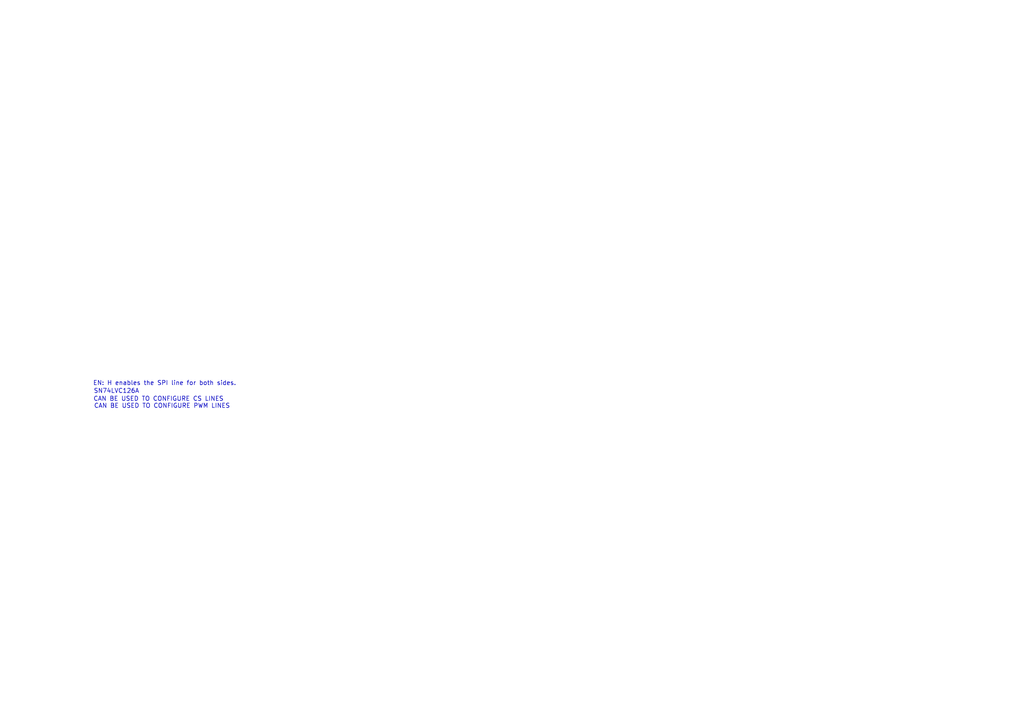
<source format=kicad_sch>
(kicad_sch
	(version 20231120)
	(generator "eeschema")
	(generator_version "8.0")
	(uuid "7effa4ca-14fc-4ffd-b60f-73f8bc04c358")
	(paper "A4")
	(lib_symbols)
	(text "CAN BE USED TO CONFIGURE PWM LINES"
		(exclude_from_sim no)
		(at 46.99 117.856 0)
		(effects
			(font
				(size 1.27 1.27)
			)
		)
		(uuid "1920804f-f5f5-416e-9ad6-0ae2f9769877")
	)
	(text "SN74LVC126A\n"
		(exclude_from_sim no)
		(at 33.782 113.538 0)
		(effects
			(font
				(size 1.27 1.27)
			)
		)
		(uuid "50d5453d-419f-4e1e-a7b5-e43b690689fe")
	)
	(text "EN: H enables the SPI line for both sides."
		(exclude_from_sim no)
		(at 47.752 111.252 0)
		(effects
			(font
				(size 1.27 1.27)
			)
		)
		(uuid "6fc4cf96-b86a-467e-a4e8-6c63a27550bd")
	)
	(text "CAN BE USED TO CONFIGURE CS LINES"
		(exclude_from_sim no)
		(at 45.974 115.824 0)
		(effects
			(font
				(size 1.27 1.27)
			)
		)
		(uuid "7f74f345-f48f-48ad-963e-47fe5e287a50")
	)
)

</source>
